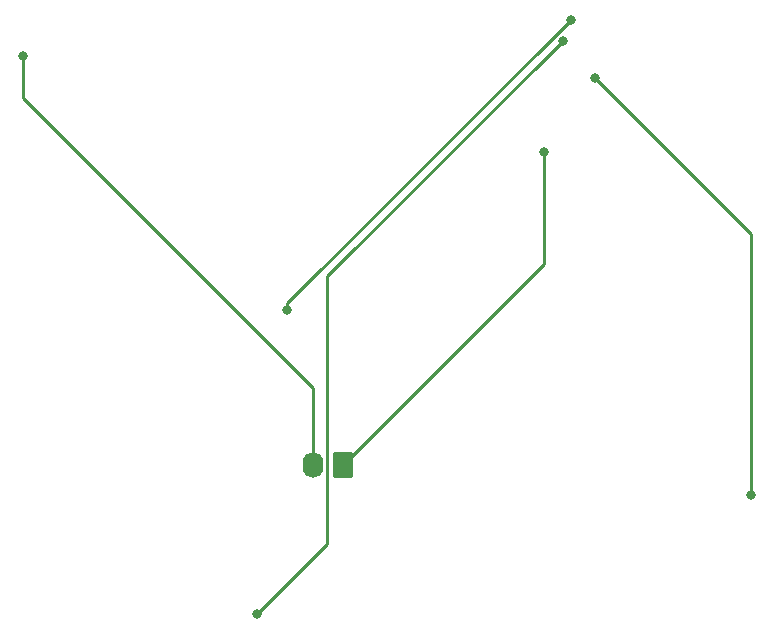
<source format=gbr>
%TF.GenerationSoftware,KiCad,Pcbnew,7.0.9*%
%TF.CreationDate,2024-04-07T12:25:56+10:00*%
%TF.ProjectId,INT-LT-F18,494e542d-4c54-42d4-9631-382e6b696361,rev?*%
%TF.SameCoordinates,Original*%
%TF.FileFunction,Copper,L2,Bot*%
%TF.FilePolarity,Positive*%
%FSLAX46Y46*%
G04 Gerber Fmt 4.6, Leading zero omitted, Abs format (unit mm)*
G04 Created by KiCad (PCBNEW 7.0.9) date 2024-04-07 12:25:56*
%MOMM*%
%LPD*%
G01*
G04 APERTURE LIST*
G04 Aperture macros list*
%AMRoundRect*
0 Rectangle with rounded corners*
0 $1 Rounding radius*
0 $2 $3 $4 $5 $6 $7 $8 $9 X,Y pos of 4 corners*
0 Add a 4 corners polygon primitive as box body*
4,1,4,$2,$3,$4,$5,$6,$7,$8,$9,$2,$3,0*
0 Add four circle primitives for the rounded corners*
1,1,$1+$1,$2,$3*
1,1,$1+$1,$4,$5*
1,1,$1+$1,$6,$7*
1,1,$1+$1,$8,$9*
0 Add four rect primitives between the rounded corners*
20,1,$1+$1,$2,$3,$4,$5,0*
20,1,$1+$1,$4,$5,$6,$7,0*
20,1,$1+$1,$6,$7,$8,$9,0*
20,1,$1+$1,$8,$9,$2,$3,0*%
G04 Aperture macros list end*
%TA.AperFunction,ComponentPad*%
%ADD10RoundRect,0.250000X0.620000X0.845000X-0.620000X0.845000X-0.620000X-0.845000X0.620000X-0.845000X0*%
%TD*%
%TA.AperFunction,ComponentPad*%
%ADD11O,1.740000X2.190000*%
%TD*%
%TA.AperFunction,ViaPad*%
%ADD12C,0.800000*%
%TD*%
%TA.AperFunction,Conductor*%
%ADD13C,0.250000*%
%TD*%
G04 APERTURE END LIST*
D10*
%TO.P,J1,1,Pin_1*%
%TO.N,/+12v-IN-A*%
X132080000Y-104140000D03*
D11*
%TO.P,J1,2,Pin_2*%
%TO.N,GNDD*%
X129540000Y-104140000D03*
%TD*%
D12*
%TO.N,Net-(D28-A)*%
X166629800Y-106680000D03*
X153409800Y-71381900D03*
%TO.N,Net-(D24-A)*%
X124790900Y-116784000D03*
X150686400Y-68229400D03*
%TO.N,Net-(D20-A)*%
X127329400Y-91021100D03*
X151342600Y-66466100D03*
%TO.N,/+12v-IN-A*%
X149077800Y-77638800D03*
%TO.N,GNDD*%
X104989600Y-69525700D03*
%TD*%
D13*
%TO.N,Net-(D28-A)*%
X166629800Y-84601900D02*
X166629800Y-106680000D01*
X153409800Y-71381900D02*
X166629800Y-84601900D01*
%TO.N,Net-(D24-A)*%
X130751800Y-88164000D02*
X150686400Y-68229400D01*
X130751800Y-110823100D02*
X130751800Y-88164000D01*
X124790900Y-116784000D02*
X130751800Y-110823100D01*
%TO.N,Net-(D20-A)*%
X127329400Y-90479300D02*
X127329400Y-91021100D01*
X151342600Y-66466100D02*
X127329400Y-90479300D01*
%TO.N,/+12v-IN-A*%
X149077800Y-87142200D02*
X149077800Y-77638800D01*
X132080000Y-104140000D02*
X149077800Y-87142200D01*
%TO.N,GNDD*%
X104989600Y-73097600D02*
X104989600Y-69525700D01*
X129540000Y-97648000D02*
X104989600Y-73097600D01*
X129540000Y-104140000D02*
X129540000Y-97648000D01*
%TD*%
M02*

</source>
